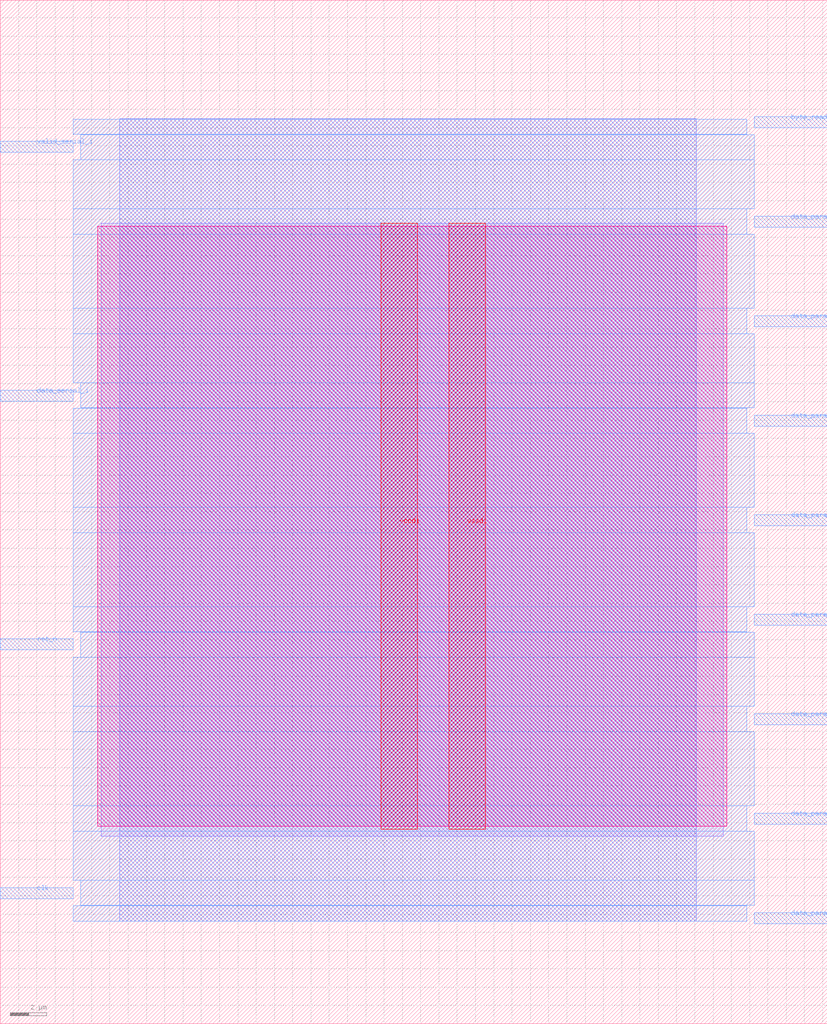
<source format=lef>
VERSION 5.7 ;
  NOWIREEXTENSIONATPIN ON ;
  DIVIDERCHAR "/" ;
  BUSBITCHARS "[]" ;
MACRO sipo
  CLASS BLOCK ;
  FOREIGN sipo ;
  ORIGIN 0.000 0.000 ;
  SIZE 45.245 BY 55.965 ;
  PIN byte_ready_o
    DIRECTION OUTPUT ;
    USE SIGNAL ;
    ANTENNADIFFAREA 0.891000 ;
    PORT
      LAYER met3 ;
        RECT 41.245 49.000 45.245 49.600 ;
    END
  END byte_ready_o
  PIN clk
    DIRECTION INPUT ;
    USE SIGNAL ;
    ANTENNAGATEAREA 1.286700 ;
    ANTENNADIFFAREA 0.434700 ;
    PORT
      LAYER met3 ;
        RECT 0.000 6.840 4.000 7.440 ;
    END
  END clk
  PIN data_parallel_o[0]
    DIRECTION OUTPUT ;
    USE SIGNAL ;
    ANTENNADIFFAREA 0.891000 ;
    PORT
      LAYER met3 ;
        RECT 41.245 5.480 45.245 6.080 ;
    END
  END data_parallel_o[0]
  PIN data_parallel_o[1]
    DIRECTION OUTPUT ;
    USE SIGNAL ;
    ANTENNADIFFAREA 0.891000 ;
    PORT
      LAYER met3 ;
        RECT 41.245 10.920 45.245 11.520 ;
    END
  END data_parallel_o[1]
  PIN data_parallel_o[2]
    DIRECTION OUTPUT ;
    USE SIGNAL ;
    ANTENNADIFFAREA 0.891000 ;
    PORT
      LAYER met3 ;
        RECT 41.245 16.360 45.245 16.960 ;
    END
  END data_parallel_o[2]
  PIN data_parallel_o[3]
    DIRECTION OUTPUT ;
    USE SIGNAL ;
    ANTENNADIFFAREA 0.891000 ;
    PORT
      LAYER met3 ;
        RECT 41.245 21.800 45.245 22.400 ;
    END
  END data_parallel_o[3]
  PIN data_parallel_o[4]
    DIRECTION OUTPUT ;
    USE SIGNAL ;
    ANTENNADIFFAREA 0.891000 ;
    PORT
      LAYER met3 ;
        RECT 41.245 27.240 45.245 27.840 ;
    END
  END data_parallel_o[4]
  PIN data_parallel_o[5]
    DIRECTION OUTPUT ;
    USE SIGNAL ;
    ANTENNADIFFAREA 0.891000 ;
    PORT
      LAYER met3 ;
        RECT 41.245 32.680 45.245 33.280 ;
    END
  END data_parallel_o[5]
  PIN data_parallel_o[6]
    DIRECTION OUTPUT ;
    USE SIGNAL ;
    ANTENNADIFFAREA 0.891000 ;
    PORT
      LAYER met3 ;
        RECT 41.245 38.120 45.245 38.720 ;
    END
  END data_parallel_o[6]
  PIN data_parallel_o[7]
    DIRECTION OUTPUT ;
    USE SIGNAL ;
    ANTENNADIFFAREA 0.891000 ;
    PORT
      LAYER met3 ;
        RECT 41.245 43.560 45.245 44.160 ;
    END
  END data_parallel_o[7]
  PIN data_serial_i
    DIRECTION INPUT ;
    USE SIGNAL ;
    ANTENNAGATEAREA 0.631200 ;
    ANTENNADIFFAREA 0.434700 ;
    PORT
      LAYER met3 ;
        RECT 0.000 34.040 4.000 34.640 ;
    END
  END data_serial_i
  PIN rst_n
    DIRECTION INPUT ;
    USE SIGNAL ;
    ANTENNAGATEAREA 0.631200 ;
    ANTENNADIFFAREA 0.434700 ;
    PORT
      LAYER met3 ;
        RECT 0.000 20.440 4.000 21.040 ;
    END
  END rst_n
  PIN valid_serial_i
    DIRECTION INPUT ;
    USE SIGNAL ;
    ANTENNAGATEAREA 0.631200 ;
    ANTENNADIFFAREA 0.434700 ;
    PORT
      LAYER met3 ;
        RECT 0.000 47.640 4.000 48.240 ;
    END
  END valid_serial_i
  PIN vccd1
    DIRECTION INOUT ;
    USE POWER ;
    PORT
      LAYER met4 ;
        RECT 20.840 10.640 22.840 43.760 ;
    END
  END vccd1
  PIN vssd1
    DIRECTION INOUT ;
    USE GROUND ;
    PORT
      LAYER met4 ;
        RECT 24.540 10.640 26.540 43.760 ;
    END
  END vssd1
  OBS
      LAYER nwell ;
        RECT 5.330 10.795 39.750 43.605 ;
      LAYER li1 ;
        RECT 5.520 10.795 39.560 43.605 ;
      LAYER met1 ;
        RECT 5.520 10.240 39.560 43.760 ;
      LAYER met2 ;
        RECT 6.530 5.595 38.090 49.485 ;
      LAYER met3 ;
        RECT 4.000 48.640 40.845 49.465 ;
        RECT 4.400 48.600 40.845 48.640 ;
        RECT 4.400 47.240 41.245 48.600 ;
        RECT 4.000 44.560 41.245 47.240 ;
        RECT 4.000 43.160 40.845 44.560 ;
        RECT 4.000 39.120 41.245 43.160 ;
        RECT 4.000 37.720 40.845 39.120 ;
        RECT 4.000 35.040 41.245 37.720 ;
        RECT 4.400 33.680 41.245 35.040 ;
        RECT 4.400 33.640 40.845 33.680 ;
        RECT 4.000 32.280 40.845 33.640 ;
        RECT 4.000 28.240 41.245 32.280 ;
        RECT 4.000 26.840 40.845 28.240 ;
        RECT 4.000 22.800 41.245 26.840 ;
        RECT 4.000 21.440 40.845 22.800 ;
        RECT 4.400 21.400 40.845 21.440 ;
        RECT 4.400 20.040 41.245 21.400 ;
        RECT 4.000 17.360 41.245 20.040 ;
        RECT 4.000 15.960 40.845 17.360 ;
        RECT 4.000 11.920 41.245 15.960 ;
        RECT 4.000 10.520 40.845 11.920 ;
        RECT 4.000 7.840 41.245 10.520 ;
        RECT 4.400 6.480 41.245 7.840 ;
        RECT 4.400 6.440 40.845 6.480 ;
        RECT 4.000 5.615 40.845 6.440 ;
  END
END sipo
END LIBRARY


</source>
